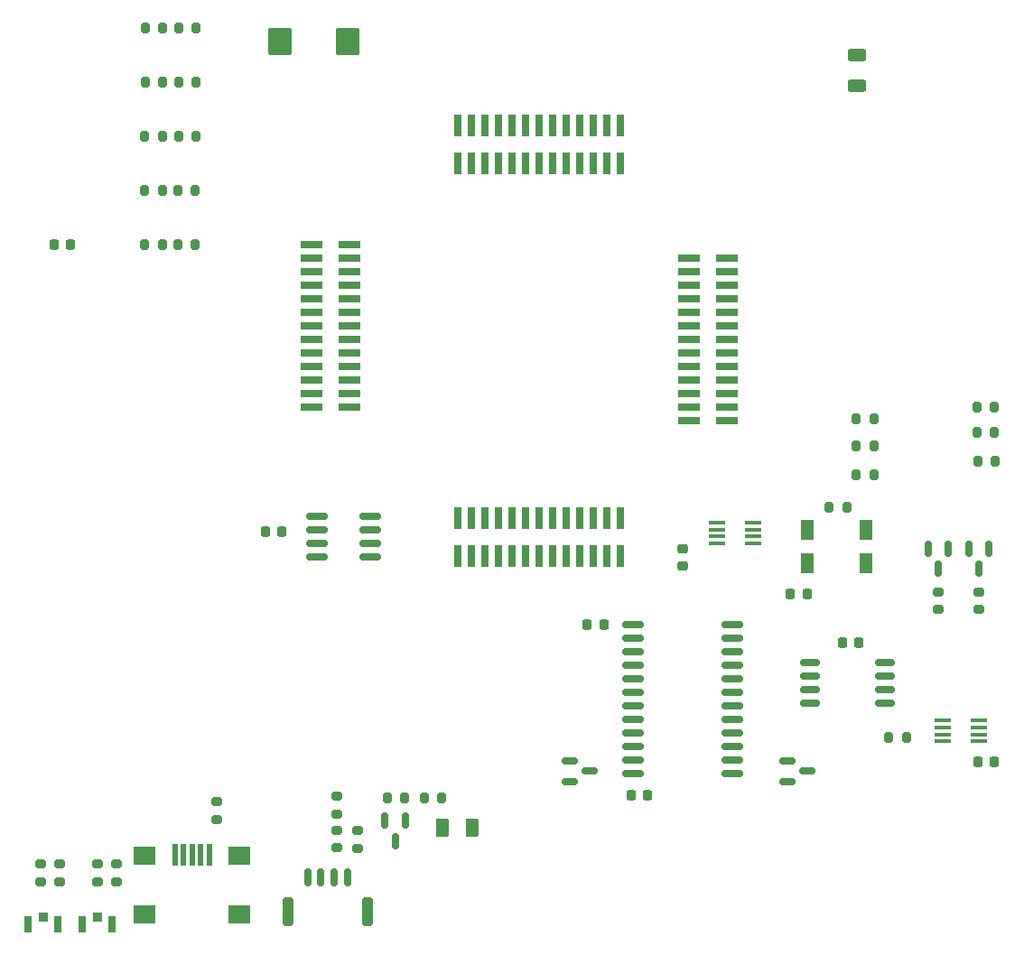
<source format=gtp>
%TF.GenerationSoftware,KiCad,Pcbnew,6.0.8+dfsg-1~bpo11+1*%
%TF.CreationDate,2022-11-16T21:16:40+01:00*%
%TF.ProjectId,CpuCubeV2-00,43707543-7562-4655-9632-2d30302e6b69,rev?*%
%TF.SameCoordinates,Original*%
%TF.FileFunction,Paste,Top*%
%TF.FilePolarity,Positive*%
%FSLAX46Y46*%
G04 Gerber Fmt 4.6, Leading zero omitted, Abs format (unit mm)*
G04 Created by KiCad (PCBNEW 6.0.8+dfsg-1~bpo11+1) date 2022-11-16 21:16:40*
%MOMM*%
%LPD*%
G01*
G04 APERTURE LIST*
G04 Aperture macros list*
%AMRoundRect*
0 Rectangle with rounded corners*
0 $1 Rounding radius*
0 $2 $3 $4 $5 $6 $7 $8 $9 X,Y pos of 4 corners*
0 Add a 4 corners polygon primitive as box body*
4,1,4,$2,$3,$4,$5,$6,$7,$8,$9,$2,$3,0*
0 Add four circle primitives for the rounded corners*
1,1,$1+$1,$2,$3*
1,1,$1+$1,$4,$5*
1,1,$1+$1,$6,$7*
1,1,$1+$1,$8,$9*
0 Add four rect primitives between the rounded corners*
20,1,$1+$1,$2,$3,$4,$5,0*
20,1,$1+$1,$4,$5,$6,$7,0*
20,1,$1+$1,$6,$7,$8,$9,0*
20,1,$1+$1,$8,$9,$2,$3,0*%
G04 Aperture macros list end*
%ADD10R,0.500000X2.000000*%
%ADD11R,2.000000X1.700000*%
%ADD12RoundRect,0.150000X-0.587500X-0.150000X0.587500X-0.150000X0.587500X0.150000X-0.587500X0.150000X0*%
%ADD13RoundRect,0.225000X0.225000X0.250000X-0.225000X0.250000X-0.225000X-0.250000X0.225000X-0.250000X0*%
%ADD14RoundRect,0.200000X-0.200000X-0.275000X0.200000X-0.275000X0.200000X0.275000X-0.200000X0.275000X0*%
%ADD15R,1.600000X0.300000*%
%ADD16RoundRect,0.225000X-0.250000X0.225000X-0.250000X-0.225000X0.250000X-0.225000X0.250000X0.225000X0*%
%ADD17RoundRect,0.200000X0.275000X-0.200000X0.275000X0.200000X-0.275000X0.200000X-0.275000X-0.200000X0*%
%ADD18RoundRect,0.150000X-0.150000X0.587500X-0.150000X-0.587500X0.150000X-0.587500X0.150000X0.587500X0*%
%ADD19RoundRect,0.150000X-0.875000X-0.150000X0.875000X-0.150000X0.875000X0.150000X-0.875000X0.150000X0*%
%ADD20RoundRect,0.250000X-0.625000X0.312500X-0.625000X-0.312500X0.625000X-0.312500X0.625000X0.312500X0*%
%ADD21RoundRect,0.250000X-0.375000X-0.625000X0.375000X-0.625000X0.375000X0.625000X-0.375000X0.625000X0*%
%ADD22RoundRect,0.150000X-0.800000X-0.150000X0.800000X-0.150000X0.800000X0.150000X-0.800000X0.150000X0*%
%ADD23RoundRect,0.200000X0.200000X0.275000X-0.200000X0.275000X-0.200000X-0.275000X0.200000X-0.275000X0*%
%ADD24RoundRect,0.150000X-0.825000X-0.150000X0.825000X-0.150000X0.825000X0.150000X-0.825000X0.150000X0*%
%ADD25RoundRect,0.150000X-0.150000X-0.700000X0.150000X-0.700000X0.150000X0.700000X-0.150000X0.700000X0*%
%ADD26RoundRect,0.250000X-0.250000X-1.100000X0.250000X-1.100000X0.250000X1.100000X-0.250000X1.100000X0*%
%ADD27RoundRect,0.200000X-0.275000X0.200000X-0.275000X-0.200000X0.275000X-0.200000X0.275000X0.200000X0*%
%ADD28R,0.750000X1.500000*%
%ADD29R,0.900000X0.900000*%
%ADD30RoundRect,0.250000X-0.875000X-1.025000X0.875000X-1.025000X0.875000X1.025000X-0.875000X1.025000X0*%
%ADD31R,2.100000X0.750000*%
%ADD32R,0.750000X2.100000*%
%ADD33RoundRect,0.225000X-0.225000X-0.250000X0.225000X-0.250000X0.225000X0.250000X-0.225000X0.250000X0*%
%ADD34R,1.300000X1.900000*%
G04 APERTURE END LIST*
D10*
%TO.C,J103*%
X117145000Y-133571000D03*
X117945000Y-133571000D03*
X118745000Y-133571000D03*
X119545000Y-133571000D03*
X120345000Y-133571000D03*
D11*
X123195000Y-133671000D03*
X114295000Y-133671000D03*
X123195000Y-139121000D03*
X114295000Y-139121000D03*
%TD*%
D12*
%TO.C,Q303*%
X174528000Y-124780000D03*
X174528000Y-126680000D03*
X176403000Y-125730000D03*
%TD*%
D13*
%TO.C,C308*%
X161430000Y-128016000D03*
X159880000Y-128016000D03*
%TD*%
D14*
%TO.C,R211*%
X181039000Y-95250000D03*
X182689000Y-95250000D03*
%TD*%
D15*
%TO.C,U302*%
X189132000Y-120986000D03*
X189132000Y-121636000D03*
X189132000Y-122286000D03*
X189132000Y-122936000D03*
X192532000Y-122936000D03*
X192532000Y-122286000D03*
X192532000Y-121636000D03*
X192532000Y-120986000D03*
%TD*%
D16*
%TO.C,C305*%
X164719000Y-104889000D03*
X164719000Y-106439000D03*
%TD*%
D17*
%TO.C,R307*%
X192532000Y-110553000D03*
X192532000Y-108903000D03*
%TD*%
D18*
%TO.C,Q301*%
X189672000Y-104853500D03*
X187772000Y-104853500D03*
X188722000Y-106728500D03*
%TD*%
D14*
%TO.C,R219*%
X137033000Y-128270000D03*
X138683000Y-128270000D03*
%TD*%
D19*
%TO.C,U304*%
X160069000Y-112014000D03*
X160069000Y-113284000D03*
X160069000Y-114554000D03*
X160069000Y-115824000D03*
X160069000Y-117094000D03*
X160069000Y-118364000D03*
X160069000Y-119634000D03*
X160069000Y-120904000D03*
X160069000Y-122174000D03*
X160069000Y-123444000D03*
X160069000Y-124714000D03*
X160069000Y-125984000D03*
X169369000Y-125984000D03*
X169369000Y-124714000D03*
X169369000Y-123444000D03*
X169369000Y-122174000D03*
X169369000Y-120904000D03*
X169369000Y-119634000D03*
X169369000Y-118364000D03*
X169369000Y-117094000D03*
X169369000Y-115824000D03*
X169369000Y-114554000D03*
X169369000Y-113284000D03*
X169369000Y-112014000D03*
%TD*%
D20*
%TO.C,R218*%
X181102000Y-58543000D03*
X181102000Y-61468000D03*
%TD*%
D21*
%TO.C,D301*%
X142237000Y-131064000D03*
X145037000Y-131064000D03*
%TD*%
D17*
%TO.C,R104*%
X111633000Y-136080000D03*
X111633000Y-134430000D03*
%TD*%
D22*
%TO.C,U301*%
X176713000Y-115570000D03*
X176713000Y-116840000D03*
X176713000Y-118110000D03*
X176713000Y-119380000D03*
X183713000Y-119380000D03*
X183713000Y-118110000D03*
X183713000Y-116840000D03*
X183713000Y-115570000D03*
%TD*%
D14*
%TO.C,R208*%
X117412000Y-71247000D03*
X119062000Y-71247000D03*
%TD*%
%TO.C,R203*%
X114364000Y-61087000D03*
X116014000Y-61087000D03*
%TD*%
D17*
%TO.C,R216*%
X132334000Y-132905000D03*
X132334000Y-131255000D03*
%TD*%
D14*
%TO.C,R303*%
X181039000Y-92710000D03*
X182689000Y-92710000D03*
%TD*%
D17*
%TO.C,R213*%
X121031000Y-130238000D03*
X121031000Y-128588000D03*
%TD*%
D23*
%TO.C,R302*%
X193992000Y-91567000D03*
X192342000Y-91567000D03*
%TD*%
D14*
%TO.C,R209*%
X114301000Y-76327000D03*
X115951000Y-76327000D03*
%TD*%
%TO.C,R207*%
X114300000Y-71247000D03*
X115950000Y-71247000D03*
%TD*%
D24*
%TO.C,U201*%
X130494000Y-101854000D03*
X130494000Y-103124000D03*
X130494000Y-104394000D03*
X130494000Y-105664000D03*
X135444000Y-105664000D03*
X135444000Y-104394000D03*
X135444000Y-103124000D03*
X135444000Y-101854000D03*
%TD*%
D14*
%TO.C,R201*%
X114364000Y-56007000D03*
X116014000Y-56007000D03*
%TD*%
D25*
%TO.C,J105*%
X129570000Y-135691000D03*
X130820000Y-135691000D03*
X132070000Y-135691000D03*
X133320000Y-135691000D03*
D26*
X135170000Y-138891000D03*
X127720000Y-138891000D03*
%TD*%
D13*
%TO.C,C202*%
X107328000Y-76327000D03*
X105778000Y-76327000D03*
%TD*%
D14*
%TO.C,R202*%
X117475000Y-56007000D03*
X119125000Y-56007000D03*
%TD*%
D27*
%TO.C,R220*%
X134239000Y-131319000D03*
X134239000Y-132969000D03*
%TD*%
D17*
%TO.C,R102*%
X106299000Y-136080000D03*
X106299000Y-134430000D03*
%TD*%
%TO.C,R306*%
X188722000Y-110553000D03*
X188722000Y-108903000D03*
%TD*%
%TO.C,R217*%
X132334000Y-129730000D03*
X132334000Y-128080000D03*
%TD*%
D18*
%TO.C,Q302*%
X193482000Y-104853500D03*
X191582000Y-104853500D03*
X192532000Y-106728500D03*
%TD*%
D14*
%TO.C,R205*%
X114301000Y-66167000D03*
X115951000Y-66167000D03*
%TD*%
D28*
%TO.C,D101*%
X106150000Y-140081000D03*
D29*
X104775000Y-139431000D03*
D28*
X103400000Y-140081000D03*
%TD*%
D15*
%TO.C,U303*%
X171372000Y-104353000D03*
X171372000Y-103703000D03*
X171372000Y-103053000D03*
X171372000Y-102403000D03*
X167972000Y-102403000D03*
X167972000Y-103053000D03*
X167972000Y-103703000D03*
X167972000Y-104353000D03*
%TD*%
D14*
%TO.C,R204*%
X117475000Y-61087000D03*
X119125000Y-61087000D03*
%TD*%
D18*
%TO.C,Q201*%
X138745000Y-130380500D03*
X136845000Y-130380500D03*
X137795000Y-132255500D03*
%TD*%
D23*
%TO.C,R212*%
X193992000Y-93980000D03*
X192342000Y-93980000D03*
%TD*%
D30*
%TO.C,C203*%
X126975000Y-57277000D03*
X133375000Y-57277000D03*
%TD*%
D14*
%TO.C,R206*%
X117475000Y-66167000D03*
X119125000Y-66167000D03*
%TD*%
%TO.C,R210*%
X117412000Y-76327000D03*
X119062000Y-76327000D03*
%TD*%
D17*
%TO.C,R101*%
X104521000Y-136080000D03*
X104521000Y-134430000D03*
%TD*%
D13*
%TO.C,C306*%
X176403000Y-109093000D03*
X174853000Y-109093000D03*
%TD*%
D23*
%TO.C,R215*%
X194055000Y-96647000D03*
X192405000Y-96647000D03*
%TD*%
D28*
%TO.C,D102*%
X111230000Y-140081000D03*
D29*
X109855000Y-139431000D03*
D28*
X108480000Y-140081000D03*
%TD*%
D23*
%TO.C,R305*%
X180149000Y-100965000D03*
X178499000Y-100965000D03*
%TD*%
D31*
%TO.C,U202*%
X129921000Y-76327000D03*
X133477000Y-76327000D03*
X129921000Y-77597000D03*
X133477000Y-77597000D03*
X129921000Y-78867000D03*
X133477000Y-78867000D03*
X129921000Y-80137000D03*
X133477000Y-80137000D03*
X129921000Y-81407000D03*
X133477000Y-81407000D03*
X129921000Y-82677000D03*
X133477000Y-82677000D03*
X129921000Y-83947000D03*
X133477000Y-83947000D03*
X129921000Y-85217000D03*
X133477000Y-85217000D03*
X129921000Y-86487000D03*
X133477000Y-86487000D03*
X129921000Y-87757000D03*
X133477000Y-87757000D03*
X129921000Y-89027000D03*
X133477000Y-89027000D03*
X129921000Y-90297000D03*
X133477000Y-90297000D03*
X129921000Y-91567000D03*
D32*
X143637000Y-101981000D03*
X143637000Y-105537000D03*
X144907000Y-101981000D03*
X144907000Y-105537000D03*
X146177000Y-101981000D03*
X146177000Y-105537000D03*
X147447000Y-101981000D03*
X147447000Y-105537000D03*
X148717000Y-101981000D03*
X148717000Y-105537000D03*
X149987000Y-101981000D03*
X149987000Y-105537000D03*
X151257000Y-101981000D03*
X151257000Y-105537000D03*
X152527000Y-101981000D03*
X152527000Y-105537000D03*
X153797000Y-101981000D03*
X153797000Y-105537000D03*
X155067000Y-101981000D03*
X155067000Y-105537000D03*
X156337000Y-101981000D03*
X156337000Y-105537000D03*
X157607000Y-101981000D03*
X157607000Y-105537000D03*
X158877000Y-101981000D03*
D31*
X168910000Y-92837000D03*
X165354000Y-92837000D03*
X168910000Y-91567000D03*
X165354000Y-91567000D03*
X168910000Y-90297000D03*
X165354000Y-90297000D03*
X168910000Y-89027000D03*
X165354000Y-89027000D03*
X168910000Y-87757000D03*
X165354000Y-87757000D03*
X168910000Y-86487000D03*
X165354000Y-86487000D03*
X168910000Y-85217000D03*
X165354000Y-85217000D03*
X168910000Y-83947000D03*
X165354000Y-83947000D03*
X168910000Y-82677000D03*
X165354000Y-82677000D03*
X168910000Y-81407000D03*
X165354000Y-81407000D03*
X168910000Y-80137000D03*
X165354000Y-80137000D03*
X168910000Y-78867000D03*
X165354000Y-78867000D03*
X168910000Y-77597000D03*
D32*
X158877000Y-68707000D03*
X158877000Y-65151000D03*
X157607000Y-68707000D03*
X157607000Y-65151000D03*
X156337000Y-68707000D03*
X156337000Y-65151000D03*
X155067000Y-68707000D03*
X155067000Y-65151000D03*
X153797000Y-68707000D03*
X153797000Y-65151000D03*
X152527000Y-68707000D03*
X152527000Y-65151000D03*
X151257000Y-68707000D03*
X151257000Y-65151000D03*
X149987000Y-68707000D03*
X149987000Y-65151000D03*
X148717000Y-68707000D03*
X148717000Y-65151000D03*
X147447000Y-68707000D03*
X147447000Y-65151000D03*
X146177000Y-68707000D03*
X146177000Y-65151000D03*
X144907000Y-68707000D03*
X144907000Y-65151000D03*
X143637000Y-68707000D03*
D31*
X133477000Y-91567000D03*
D32*
X158877000Y-105537000D03*
D31*
X165354000Y-77597000D03*
D32*
X143637000Y-65151000D03*
%TD*%
D13*
%TO.C,C201*%
X127153000Y-103251000D03*
X125603000Y-103251000D03*
%TD*%
D14*
%TO.C,R304*%
X184087000Y-122555000D03*
X185737000Y-122555000D03*
%TD*%
D13*
%TO.C,C304*%
X193955000Y-124841000D03*
X192405000Y-124841000D03*
%TD*%
D12*
%TO.C,Q304*%
X154129500Y-124780000D03*
X154129500Y-126680000D03*
X156004500Y-125730000D03*
%TD*%
D17*
%TO.C,R103*%
X109855000Y-136080000D03*
X109855000Y-134430000D03*
%TD*%
D14*
%TO.C,R214*%
X181039000Y-97917000D03*
X182689000Y-97917000D03*
%TD*%
D13*
%TO.C,C303*%
X181255000Y-113665000D03*
X179705000Y-113665000D03*
%TD*%
D33*
%TO.C,C307*%
X155803000Y-112014000D03*
X157353000Y-112014000D03*
%TD*%
D23*
%TO.C,R301*%
X142176000Y-128270000D03*
X140526000Y-128270000D03*
%TD*%
D34*
%TO.C,Y301*%
X176447000Y-106248000D03*
X181947000Y-106248000D03*
X181947000Y-103048000D03*
X176447000Y-103048000D03*
%TD*%
M02*

</source>
